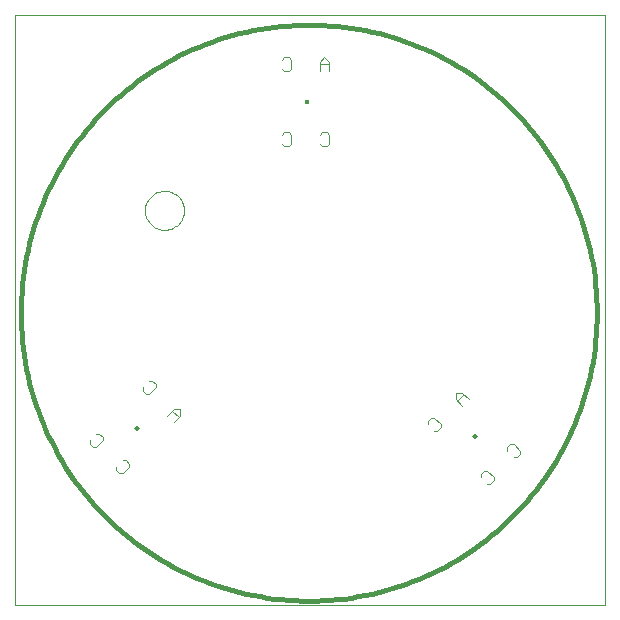
<source format=gbo>
G75*
%MOIN*%
%OFA0B0*%
%FSLAX24Y24*%
%IPPOS*%
%LPD*%
%AMOC8*
5,1,8,0,0,1.08239X$1,22.5*
%
%ADD10C,0.0000*%
%ADD11C,0.0160*%
%ADD12C,0.0040*%
%ADD13R,0.0157X0.0157*%
%ADD14R,0.0157X0.0157*%
D10*
X000100Y000100D02*
X000100Y019785D01*
X019785Y019785D01*
X019785Y000100D01*
X000100Y000100D01*
X004439Y013261D02*
X004441Y013311D01*
X004447Y013361D01*
X004457Y013411D01*
X004470Y013459D01*
X004487Y013507D01*
X004508Y013553D01*
X004532Y013597D01*
X004560Y013639D01*
X004591Y013679D01*
X004625Y013716D01*
X004662Y013751D01*
X004701Y013782D01*
X004742Y013811D01*
X004786Y013836D01*
X004832Y013858D01*
X004879Y013876D01*
X004927Y013890D01*
X004976Y013901D01*
X005026Y013908D01*
X005076Y013911D01*
X005127Y013910D01*
X005177Y013905D01*
X005227Y013896D01*
X005275Y013884D01*
X005323Y013867D01*
X005369Y013847D01*
X005414Y013824D01*
X005457Y013797D01*
X005497Y013767D01*
X005535Y013734D01*
X005570Y013698D01*
X005603Y013659D01*
X005632Y013618D01*
X005658Y013575D01*
X005681Y013530D01*
X005700Y013483D01*
X005715Y013435D01*
X005727Y013386D01*
X005735Y013336D01*
X005739Y013286D01*
X005739Y013236D01*
X005735Y013186D01*
X005727Y013136D01*
X005715Y013087D01*
X005700Y013039D01*
X005681Y012992D01*
X005658Y012947D01*
X005632Y012904D01*
X005603Y012863D01*
X005570Y012824D01*
X005535Y012788D01*
X005497Y012755D01*
X005457Y012725D01*
X005414Y012698D01*
X005369Y012675D01*
X005323Y012655D01*
X005275Y012638D01*
X005227Y012626D01*
X005177Y012617D01*
X005127Y012612D01*
X005076Y012611D01*
X005026Y012614D01*
X004976Y012621D01*
X004927Y012632D01*
X004879Y012646D01*
X004832Y012664D01*
X004786Y012686D01*
X004742Y012711D01*
X004701Y012740D01*
X004662Y012771D01*
X004625Y012806D01*
X004591Y012843D01*
X004560Y012883D01*
X004532Y012925D01*
X004508Y012969D01*
X004487Y013015D01*
X004470Y013063D01*
X004457Y013111D01*
X004447Y013161D01*
X004441Y013211D01*
X004439Y013261D01*
D11*
X000300Y009850D02*
X000303Y010086D01*
X000312Y010321D01*
X000326Y010556D01*
X000346Y010791D01*
X000372Y011025D01*
X000404Y011259D01*
X000441Y011491D01*
X000484Y011723D01*
X000533Y011953D01*
X000588Y012183D01*
X000648Y012410D01*
X000713Y012637D01*
X000785Y012861D01*
X000861Y013084D01*
X000943Y013305D01*
X001031Y013524D01*
X001124Y013740D01*
X001222Y013955D01*
X001325Y014166D01*
X001434Y014375D01*
X001547Y014582D01*
X001666Y014785D01*
X001789Y014986D01*
X001918Y015183D01*
X002051Y015378D01*
X002189Y015569D01*
X002332Y015756D01*
X002479Y015940D01*
X002631Y016120D01*
X002787Y016297D01*
X002947Y016470D01*
X003112Y016638D01*
X003280Y016803D01*
X003453Y016963D01*
X003630Y017119D01*
X003810Y017271D01*
X003994Y017418D01*
X004181Y017561D01*
X004372Y017699D01*
X004567Y017832D01*
X004764Y017961D01*
X004965Y018084D01*
X005168Y018203D01*
X005375Y018316D01*
X005584Y018425D01*
X005795Y018528D01*
X006010Y018626D01*
X006226Y018719D01*
X006445Y018807D01*
X006666Y018889D01*
X006889Y018965D01*
X007113Y019037D01*
X007340Y019102D01*
X007567Y019162D01*
X007797Y019217D01*
X008027Y019266D01*
X008259Y019309D01*
X008491Y019346D01*
X008725Y019378D01*
X008959Y019404D01*
X009194Y019424D01*
X009429Y019438D01*
X009664Y019447D01*
X009900Y019450D01*
X010136Y019447D01*
X010371Y019438D01*
X010606Y019424D01*
X010841Y019404D01*
X011075Y019378D01*
X011309Y019346D01*
X011541Y019309D01*
X011773Y019266D01*
X012003Y019217D01*
X012233Y019162D01*
X012460Y019102D01*
X012687Y019037D01*
X012911Y018965D01*
X013134Y018889D01*
X013355Y018807D01*
X013574Y018719D01*
X013790Y018626D01*
X014005Y018528D01*
X014216Y018425D01*
X014425Y018316D01*
X014632Y018203D01*
X014835Y018084D01*
X015036Y017961D01*
X015233Y017832D01*
X015428Y017699D01*
X015619Y017561D01*
X015806Y017418D01*
X015990Y017271D01*
X016170Y017119D01*
X016347Y016963D01*
X016520Y016803D01*
X016688Y016638D01*
X016853Y016470D01*
X017013Y016297D01*
X017169Y016120D01*
X017321Y015940D01*
X017468Y015756D01*
X017611Y015569D01*
X017749Y015378D01*
X017882Y015183D01*
X018011Y014986D01*
X018134Y014785D01*
X018253Y014582D01*
X018366Y014375D01*
X018475Y014166D01*
X018578Y013955D01*
X018676Y013740D01*
X018769Y013524D01*
X018857Y013305D01*
X018939Y013084D01*
X019015Y012861D01*
X019087Y012637D01*
X019152Y012410D01*
X019212Y012183D01*
X019267Y011953D01*
X019316Y011723D01*
X019359Y011491D01*
X019396Y011259D01*
X019428Y011025D01*
X019454Y010791D01*
X019474Y010556D01*
X019488Y010321D01*
X019497Y010086D01*
X019500Y009850D01*
X019497Y009614D01*
X019488Y009379D01*
X019474Y009144D01*
X019454Y008909D01*
X019428Y008675D01*
X019396Y008441D01*
X019359Y008209D01*
X019316Y007977D01*
X019267Y007747D01*
X019212Y007517D01*
X019152Y007290D01*
X019087Y007063D01*
X019015Y006839D01*
X018939Y006616D01*
X018857Y006395D01*
X018769Y006176D01*
X018676Y005960D01*
X018578Y005745D01*
X018475Y005534D01*
X018366Y005325D01*
X018253Y005118D01*
X018134Y004915D01*
X018011Y004714D01*
X017882Y004517D01*
X017749Y004322D01*
X017611Y004131D01*
X017468Y003944D01*
X017321Y003760D01*
X017169Y003580D01*
X017013Y003403D01*
X016853Y003230D01*
X016688Y003062D01*
X016520Y002897D01*
X016347Y002737D01*
X016170Y002581D01*
X015990Y002429D01*
X015806Y002282D01*
X015619Y002139D01*
X015428Y002001D01*
X015233Y001868D01*
X015036Y001739D01*
X014835Y001616D01*
X014632Y001497D01*
X014425Y001384D01*
X014216Y001275D01*
X014005Y001172D01*
X013790Y001074D01*
X013574Y000981D01*
X013355Y000893D01*
X013134Y000811D01*
X012911Y000735D01*
X012687Y000663D01*
X012460Y000598D01*
X012233Y000538D01*
X012003Y000483D01*
X011773Y000434D01*
X011541Y000391D01*
X011309Y000354D01*
X011075Y000322D01*
X010841Y000296D01*
X010606Y000276D01*
X010371Y000262D01*
X010136Y000253D01*
X009900Y000250D01*
X009664Y000253D01*
X009429Y000262D01*
X009194Y000276D01*
X008959Y000296D01*
X008725Y000322D01*
X008491Y000354D01*
X008259Y000391D01*
X008027Y000434D01*
X007797Y000483D01*
X007567Y000538D01*
X007340Y000598D01*
X007113Y000663D01*
X006889Y000735D01*
X006666Y000811D01*
X006445Y000893D01*
X006226Y000981D01*
X006010Y001074D01*
X005795Y001172D01*
X005584Y001275D01*
X005375Y001384D01*
X005168Y001497D01*
X004965Y001616D01*
X004764Y001739D01*
X004567Y001868D01*
X004372Y002001D01*
X004181Y002139D01*
X003994Y002282D01*
X003810Y002429D01*
X003630Y002581D01*
X003453Y002737D01*
X003280Y002897D01*
X003112Y003062D01*
X002947Y003230D01*
X002787Y003403D01*
X002631Y003580D01*
X002479Y003760D01*
X002332Y003944D01*
X002189Y004131D01*
X002051Y004322D01*
X001918Y004517D01*
X001789Y004714D01*
X001666Y004915D01*
X001547Y005118D01*
X001434Y005325D01*
X001325Y005534D01*
X001222Y005745D01*
X001124Y005960D01*
X001031Y006176D01*
X000943Y006395D01*
X000861Y006616D01*
X000785Y006839D01*
X000713Y007063D01*
X000648Y007290D01*
X000588Y007517D01*
X000533Y007747D01*
X000484Y007977D01*
X000441Y008209D01*
X000404Y008441D01*
X000372Y008675D01*
X000346Y008909D01*
X000326Y009144D01*
X000312Y009379D01*
X000303Y009614D01*
X000300Y009850D01*
D12*
X002810Y005809D02*
X002919Y005809D01*
X003027Y005701D01*
X003027Y005592D01*
X002810Y005375D01*
X002702Y005375D01*
X002593Y005484D01*
X002593Y005592D01*
X003477Y004709D02*
X003477Y004600D01*
X003585Y004492D01*
X003694Y004492D01*
X003911Y004709D01*
X003911Y004817D01*
X003802Y004926D01*
X003694Y004926D01*
X005190Y006422D02*
X005407Y006639D01*
X005624Y006639D01*
X005624Y006422D01*
X005407Y006205D01*
X005570Y006368D02*
X005353Y006585D01*
X004578Y007143D02*
X004469Y007143D01*
X004361Y007252D01*
X004361Y007360D01*
X004578Y007143D02*
X004795Y007360D01*
X004795Y007469D01*
X004686Y007577D01*
X004578Y007577D01*
X009090Y015400D02*
X009013Y015477D01*
X009090Y015400D02*
X009243Y015400D01*
X009320Y015477D01*
X009320Y015784D01*
X009243Y015860D01*
X009090Y015860D01*
X009013Y015784D01*
X010263Y015784D02*
X010340Y015860D01*
X010493Y015860D01*
X010570Y015784D01*
X010570Y015477D01*
X010493Y015400D01*
X010340Y015400D01*
X010263Y015477D01*
X010263Y017900D02*
X010263Y018207D01*
X010417Y018360D01*
X010570Y018207D01*
X010570Y017900D01*
X010570Y018130D02*
X010263Y018130D01*
X009320Y017977D02*
X009243Y017900D01*
X009090Y017900D01*
X009013Y017977D01*
X009013Y018284D02*
X009090Y018360D01*
X009243Y018360D01*
X009320Y018284D01*
X009320Y017977D01*
X014801Y007184D02*
X014801Y006967D01*
X015018Y006750D01*
X014855Y006913D02*
X015072Y007130D01*
X015018Y007184D02*
X014801Y007184D01*
X015018Y007184D02*
X015235Y006967D01*
X014297Y006138D02*
X014297Y006029D01*
X014188Y005921D01*
X014080Y005921D01*
X014297Y006138D02*
X014080Y006355D01*
X013971Y006355D01*
X013863Y006246D01*
X013863Y006138D01*
X015631Y004479D02*
X015631Y004370D01*
X015631Y004479D02*
X015739Y004587D01*
X015848Y004587D01*
X016065Y004370D01*
X016065Y004262D01*
X015956Y004153D01*
X015848Y004153D01*
X016731Y005037D02*
X016840Y005037D01*
X016948Y005145D01*
X016948Y005254D01*
X016731Y005471D01*
X016623Y005471D01*
X016514Y005362D01*
X016514Y005254D01*
D13*
X009840Y016880D03*
D14*
G36*
X004170Y006110D02*
X004280Y006000D01*
X004170Y005890D01*
X004060Y006000D01*
X004170Y006110D01*
G37*
G36*
X015330Y005730D02*
X015440Y005840D01*
X015550Y005730D01*
X015440Y005620D01*
X015330Y005730D01*
G37*
M02*

</source>
